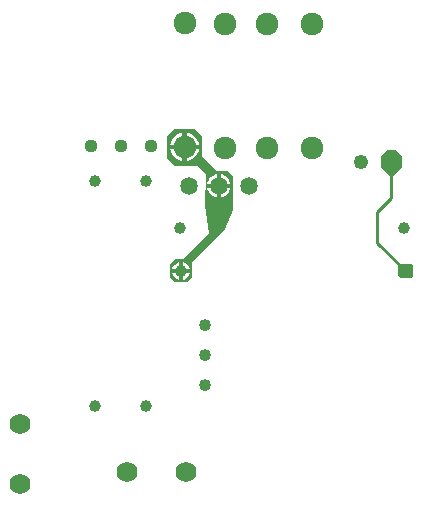
<source format=gbl>
G04*
G04 #@! TF.GenerationSoftware,Altium Limited,Altium Designer,20.0.10 (225)*
G04*
G04 Layer_Physical_Order=2*
G04 Layer_Color=16711680*
%FSLAX25Y25*%
%MOIN*%
G70*
G01*
G75*
%ADD23C,0.01100*%
%ADD24C,0.06929*%
%ADD25C,0.04031*%
%ADD26C,0.03969*%
%ADD27C,0.05858*%
%ADD28C,0.04913*%
%ADD29C,0.04409*%
%ADD30O,0.07583X0.07584*%
G36*
X77165Y128346D02*
Y121653D01*
X81890Y116929D01*
X85433Y116929D01*
X87401Y114961D01*
X87402Y103639D01*
X84829Y97427D01*
X73622Y86221D01*
X73622Y81496D01*
X72047Y79921D01*
X68110D01*
X66535Y81496D01*
Y85827D01*
X68110Y87402D01*
X70866D01*
X79528Y96063D01*
X77953Y105118D01*
X78347Y115748D01*
X75590Y118504D01*
X68110Y118504D01*
X65354Y121260D01*
Y128347D01*
X67716Y130709D01*
X74803Y130709D01*
X77165Y128346D01*
D02*
G37*
G36*
X142520Y85921D02*
X142520Y81890D01*
X143307Y81102D01*
X146850Y81102D01*
X147244Y81496D01*
X147244Y85433D01*
X146756Y85921D01*
X142520Y85921D01*
D02*
G37*
G36*
X138583Y123622D02*
X136614Y121653D01*
Y118110D01*
X139764Y114961D01*
X140551D01*
X143701Y118110D01*
Y121653D01*
X141732Y123622D01*
X138583D01*
D02*
G37*
%LPC*%
G36*
X72010Y129538D02*
Y125553D01*
X75994D01*
X75928Y126055D01*
X75445Y127220D01*
X74677Y128221D01*
X73676Y128989D01*
X72511Y129472D01*
X72010Y129538D01*
D02*
G37*
G36*
X70510D02*
X70009Y129472D01*
X68844Y128989D01*
X67843Y128221D01*
X67075Y127220D01*
X66592Y126055D01*
X66526Y125553D01*
X70510D01*
Y129538D01*
D02*
G37*
G36*
X75994Y124053D02*
X72010D01*
Y120068D01*
X72511Y120134D01*
X73676Y120617D01*
X74677Y121385D01*
X75445Y122386D01*
X75928Y123552D01*
X75994Y124053D01*
D02*
G37*
G36*
X70510D02*
X66526D01*
X66592Y123552D01*
X67075Y122386D01*
X67843Y121385D01*
X68844Y120617D01*
X70009Y120134D01*
X70510Y120068D01*
Y124053D01*
D02*
G37*
G36*
X83427Y115675D02*
Y112561D01*
X86541D01*
X86505Y112837D01*
X86109Y113793D01*
X85479Y114613D01*
X84659Y115243D01*
X83703Y115639D01*
X83427Y115675D01*
D02*
G37*
G36*
X81927D02*
X81652Y115639D01*
X80696Y115243D01*
X79875Y114613D01*
X79245Y113793D01*
X78849Y112837D01*
X78813Y112561D01*
X81927D01*
Y115675D01*
D02*
G37*
G36*
Y111061D02*
X78813D01*
X78849Y110785D01*
X79245Y109829D01*
X79875Y109009D01*
X80696Y108379D01*
X81652Y107983D01*
X81927Y107947D01*
Y111061D01*
D02*
G37*
G36*
X86541D02*
X83427D01*
Y107947D01*
X83703Y107983D01*
X84659Y108379D01*
X85479Y109009D01*
X86109Y109829D01*
X86505Y110785D01*
X86541Y111061D01*
D02*
G37*
G36*
X70829Y86376D02*
Y84215D01*
X72990D01*
X72986Y84244D01*
X72685Y84970D01*
X72207Y85593D01*
X71584Y86071D01*
X70858Y86372D01*
X70829Y86376D01*
D02*
G37*
G36*
X69329D02*
X69300Y86372D01*
X68574Y86071D01*
X67950Y85593D01*
X67472Y84970D01*
X67171Y84244D01*
X67168Y84215D01*
X69329D01*
Y86376D01*
D02*
G37*
G36*
X72990Y82715D02*
X70829D01*
Y80553D01*
X70858Y80557D01*
X71584Y80858D01*
X72207Y81336D01*
X72685Y81960D01*
X72986Y82686D01*
X72990Y82715D01*
D02*
G37*
G36*
X69329D02*
X67168D01*
X67171Y82686D01*
X67472Y81960D01*
X67950Y81336D01*
X68574Y80858D01*
X69300Y80557D01*
X69329Y80553D01*
Y82715D01*
D02*
G37*
%LPD*%
D23*
X135433Y92913D02*
X144882Y83465D01*
X135433Y92913D02*
Y103150D01*
X140039Y107756D01*
Y119685D01*
D24*
X16535Y32283D02*
D03*
Y12598D02*
D03*
X51968Y16535D02*
D03*
X71653D02*
D03*
D25*
X77953Y65512D02*
D03*
Y55512D02*
D03*
Y45512D02*
D03*
D26*
X144882Y83465D02*
D03*
X70079D02*
D03*
X69685Y97638D02*
D03*
X144488D02*
D03*
X58268Y38583D02*
D03*
Y113386D02*
D03*
X41339Y113386D02*
D03*
Y38583D02*
D03*
D27*
X72677Y111811D02*
D03*
X82677D02*
D03*
X92677D02*
D03*
D28*
X130039Y119685D02*
D03*
X140039D02*
D03*
D29*
X60039Y125197D02*
D03*
X39961D02*
D03*
X50000D02*
D03*
D30*
X113779Y165748D02*
D03*
Y124409D02*
D03*
X98819Y124409D02*
D03*
Y165748D02*
D03*
X84646D02*
D03*
Y124409D02*
D03*
X71260Y124803D02*
D03*
Y166142D02*
D03*
M02*

</source>
